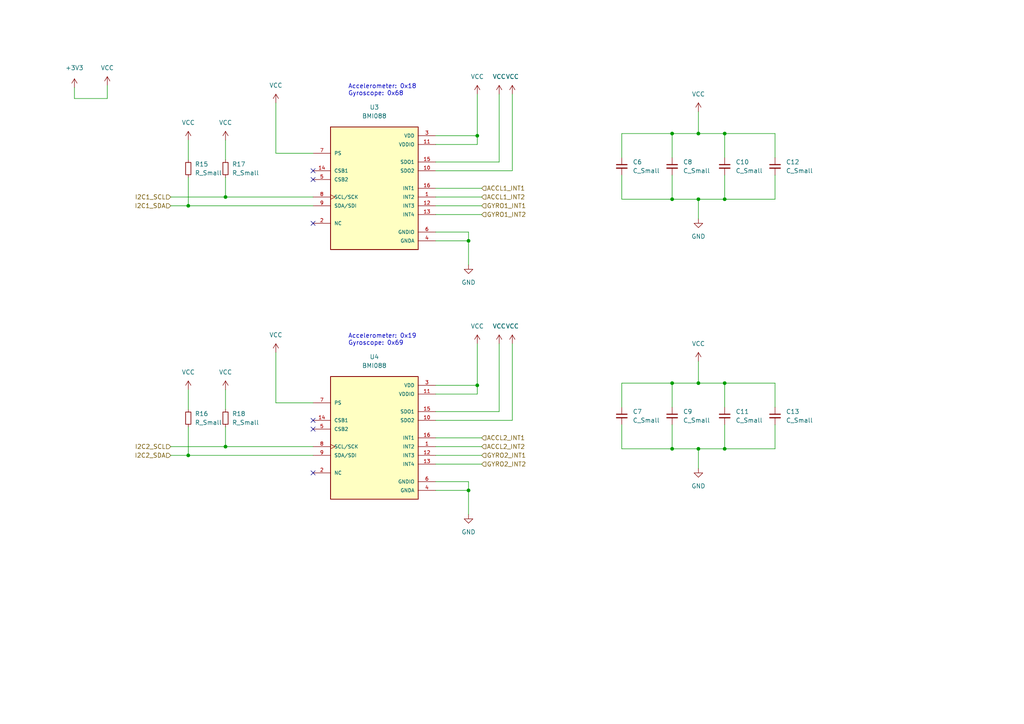
<source format=kicad_sch>
(kicad_sch (version 20211123) (generator eeschema)
  (paper "A4")
  (lib_symbols
    (symbol "BMI088_1" (pin_names (offset 1.016))
      (property "Reference" "U3" (at 0 23.495 0))
      (property "Value" "BMI088" (at 0 20.955 0))
      (symbol "BMI088_1_0_0"
        (rectangle (start -12.7 -17.78) (end 12.7 17.78) (stroke (width 0.254)) (fill (type background)))
        (pin bidirectional line (at 17.78 -2.54 180) (length 5.08) (name "INT2") (number "1"))
        (pin passive line (at 17.78 5.08 180) (length 5.08) (name "SDO2") (number "10"))
        (pin power_in line (at 17.78 12.7 180) (length 5.08) (name "VDDIO") (number "11"))
        (pin bidirectional line (at 17.78 -5.08 180) (length 5.08) (name "INT3") (number "12"))
        (pin bidirectional line (at 17.78 -7.62 180) (length 5.08) (name "INT4") (number "13"))
        (pin input line (at -17.78 5.08 0) (length 5.08) (name "CSB1") (number "14"))
        (pin passive line (at 17.78 7.62 180) (length 5.08) (name "SDO1") (number "15"))
        (pin bidirectional line (at 17.78 0 180) (length 5.08) (name "INT1") (number "16"))
        (pin passive line (at -17.78 -10.16 0) (length 5.08) (name "NC") (number "2"))
        (pin power_in line (at 17.78 15.24 180) (length 5.08) (name "VDD") (number "3"))
        (pin power_in line (at 17.78 -15.24 180) (length 5.08) (name "GNDA") (number "4"))
        (pin input line (at -17.78 2.54 0) (length 5.08) (name "CSB2") (number "5"))
        (pin power_in line (at 17.78 -12.7 180) (length 5.08) (name "GNDIO") (number "6"))
        (pin input line (at -17.78 10.16 0) (length 5.08) (name "PS") (number "7"))
        (pin input clock (at -17.78 -2.54 0) (length 5.08) (name "SCL/SCK") (number "8"))
        (pin bidirectional line (at -17.78 -5.08 0) (length 5.08) (name "SDA/SDI") (number "9"))
      )
    )
    (symbol "Device:C_Small" (pin_numbers hide) (pin_names (offset 0.254) hide)
      (property "Reference" "C" (at 0.254 1.778 0))
      (property "Value" "C_Small" (at 0.254 -2.032 0))
      (symbol "C_Small_0_1"
        (polyline (pts (xy -1.524 -0.508) (xy 1.524 -0.508)) (stroke (width 0.3302)))
        (polyline (pts (xy -1.524 0.508) (xy 1.524 0.508)) (stroke (width 0.3048)))
      )
      (symbol "C_Small_1_1"
        (pin passive line (at 0 2.54 270) (length 2.032) (name "~") (number "1"))
        (pin passive line (at 0 -2.54 90) (length 2.032) (name "~") (number "2"))
      )
    )
    (symbol "Device:R_Small" (pin_numbers hide) (pin_names (offset 0.254) hide)
      (property "Reference" "R" (at 0.762 0.508 0))
      (property "Value" "R_Small" (at 0.762 -1.016 0))
      (symbol "R_Small_0_1"
        (rectangle (start -0.762 1.778) (end 0.762 -1.778) (stroke (width 0.2032)))
      )
      (symbol "R_Small_1_1"
        (pin passive line (at 0 2.54 270) (length 0.762) (name "~") (number "1"))
        (pin passive line (at 0 -2.54 90) (length 0.762) (name "~") (number "2"))
      )
    )
    (symbol "power:+3V3" (power) (pin_names (offset 0))
      (property "Value" "+3V3" (at 0 3.556 0))
      (symbol "+3V3_0_1"
        (polyline (pts (xy -0.762 1.27) (xy 0 2.54)))
        (polyline (pts (xy 0 0) (xy 0 2.54)))
        (polyline (pts (xy 0 2.54) (xy 0.762 1.27)))
      )
      (symbol "+3V3_1_1"
        (pin power_in line (at 0 0 90) (length 0) hide (name "+3V3") (number "1"))
      )
    )
    (symbol "power:GND" (power) (pin_names (offset 0))
      (property "Value" "GND" (at 0 -3.81 0))
      (symbol "GND_0_1"
        (polyline (pts (xy 0 0) (xy 0 -1.27) (xy 1.27 -1.27) (xy 0 -2.54) (xy -1.27 -1.27) (xy 0 -1.27)))
      )
      (symbol "GND_1_1"
        (pin power_in line (at 0 0 270) (length 0) hide (name "GND") (number "1"))
      )
    )
    (symbol "power:VCC" (power) (pin_names (offset 0))
      (property "Value" "VCC" (at 0 3.81 0))
      (symbol "VCC_0_1"
        (polyline (pts (xy -0.762 1.27) (xy 0 2.54)))
        (polyline (pts (xy 0 0) (xy 0 2.54)))
        (polyline (pts (xy 0 2.54) (xy 0.762 1.27)))
      )
      (symbol "VCC_1_1"
        (pin power_in line (at 0 0 90) (length 0) hide (name "VCC") (number "1"))
      )
    )
  )
  (junction (at 54.61 132.08))
  (junction (at 210.185 38.735))
  (junction (at 138.43 39.37))
  (junction (at 54.61 59.69))
  (junction (at 65.405 129.54))
  (junction (at 138.43 111.76))
  (junction (at 210.185 57.785))
  (junction (at 202.565 38.735))
  (junction (at 202.565 57.785))
  (junction (at 194.945 130.175))
  (junction (at 194.945 38.735))
  (junction (at 194.945 111.125))
  (junction (at 135.89 142.24))
  (junction (at 210.185 130.175))
  (junction (at 210.185 111.125))
  (junction (at 65.405 57.15))
  (junction (at 202.565 130.175))
  (junction (at 194.945 57.785))
  (junction (at 202.565 111.125))
  (junction (at 135.89 69.85))
  (no_connect (at 90.805 49.53))
  (no_connect (at 90.805 52.07))
  (no_connect (at 90.805 137.16))
  (no_connect (at 90.805 124.46))
  (no_connect (at 90.805 121.92))
  (no_connect (at 90.805 64.77))
  (wire (pts (xy 194.945 130.175) (xy 180.34 130.175)))
  (wire (pts (xy 54.61 51.435) (xy 54.61 59.69)))
  (wire (pts (xy 126.365 119.38) (xy 144.78 119.38)))
  (wire (pts (xy 180.34 118.11) (xy 180.34 111.125)))
  (wire (pts (xy 126.365 39.37) (xy 138.43 39.37)))
  (wire (pts (xy 194.945 57.785) (xy 180.34 57.785)))
  (wire (pts (xy 80.01 116.84) (xy 80.01 102.235)))
  (wire (pts (xy 224.79 57.785) (xy 210.185 57.785)))
  (wire (pts (xy 126.365 111.76) (xy 138.43 111.76)))
  (wire (pts (xy 126.365 139.7) (xy 135.89 139.7)))
  (wire (pts (xy 194.945 111.125) (xy 202.565 111.125)))
  (wire (pts (xy 194.945 111.125) (xy 194.945 118.11)))
  (wire (pts (xy 202.565 104.775) (xy 202.565 111.125)))
  (wire (pts (xy 126.365 114.3) (xy 138.43 114.3)))
  (wire (pts (xy 202.565 38.735) (xy 210.185 38.735)))
  (wire (pts (xy 210.185 130.175) (xy 210.185 123.19)))
  (wire (pts (xy 224.79 130.175) (xy 210.185 130.175)))
  (wire (pts (xy 194.945 57.785) (xy 194.945 50.8)))
  (wire (pts (xy 202.565 57.785) (xy 194.945 57.785)))
  (wire (pts (xy 224.79 38.735) (xy 224.79 45.72)))
  (wire (pts (xy 49.53 57.15) (xy 65.405 57.15)))
  (wire (pts (xy 126.365 62.23) (xy 139.7 62.23)))
  (wire (pts (xy 65.405 40.64) (xy 65.405 46.355)))
  (wire (pts (xy 135.89 67.31) (xy 135.89 69.85)))
  (wire (pts (xy 49.53 132.08) (xy 54.61 132.08)))
  (wire (pts (xy 126.365 46.99) (xy 144.78 46.99)))
  (wire (pts (xy 148.59 121.92) (xy 148.59 99.695)))
  (wire (pts (xy 49.53 59.69) (xy 54.61 59.69)))
  (wire (pts (xy 135.89 69.85) (xy 135.89 76.835)))
  (wire (pts (xy 65.405 57.15) (xy 90.805 57.15)))
  (wire (pts (xy 210.185 130.175) (xy 202.565 130.175)))
  (wire (pts (xy 180.34 38.735) (xy 194.945 38.735)))
  (wire (pts (xy 180.34 130.175) (xy 180.34 123.19)))
  (wire (pts (xy 126.365 67.31) (xy 135.89 67.31)))
  (wire (pts (xy 135.89 139.7) (xy 135.89 142.24)))
  (wire (pts (xy 90.805 44.45) (xy 80.01 44.45)))
  (wire (pts (xy 54.61 113.03) (xy 54.61 118.745)))
  (wire (pts (xy 202.565 130.175) (xy 202.565 135.89)))
  (wire (pts (xy 126.365 57.15) (xy 139.7 57.15)))
  (wire (pts (xy 126.365 54.61) (xy 139.7 54.61)))
  (wire (pts (xy 135.89 142.24) (xy 135.89 149.225)))
  (wire (pts (xy 126.365 59.69) (xy 139.7 59.69)))
  (wire (pts (xy 126.365 41.91) (xy 138.43 41.91)))
  (wire (pts (xy 21.59 28.575) (xy 31.115 28.575)))
  (wire (pts (xy 21.59 25.4) (xy 21.59 28.575)))
  (wire (pts (xy 194.945 38.735) (xy 202.565 38.735)))
  (wire (pts (xy 138.43 111.76) (xy 138.43 99.695)))
  (wire (pts (xy 126.365 121.92) (xy 148.59 121.92)))
  (wire (pts (xy 180.34 57.785) (xy 180.34 50.8)))
  (wire (pts (xy 80.01 44.45) (xy 80.01 29.845)))
  (wire (pts (xy 65.405 51.435) (xy 65.405 57.15)))
  (wire (pts (xy 31.115 28.575) (xy 31.115 24.765)))
  (wire (pts (xy 54.61 132.08) (xy 90.805 132.08)))
  (wire (pts (xy 202.565 111.125) (xy 210.185 111.125)))
  (wire (pts (xy 65.405 123.825) (xy 65.405 129.54)))
  (wire (pts (xy 224.79 123.19) (xy 224.79 130.175)))
  (wire (pts (xy 224.79 50.8) (xy 224.79 57.785)))
  (wire (pts (xy 194.945 130.175) (xy 194.945 123.19)))
  (wire (pts (xy 202.565 32.385) (xy 202.565 38.735)))
  (wire (pts (xy 126.365 142.24) (xy 135.89 142.24)))
  (wire (pts (xy 202.565 57.785) (xy 202.565 63.5)))
  (wire (pts (xy 180.34 45.72) (xy 180.34 38.735)))
  (wire (pts (xy 224.79 111.125) (xy 224.79 118.11)))
  (wire (pts (xy 126.365 127) (xy 139.7 127)))
  (wire (pts (xy 49.53 129.54) (xy 65.405 129.54)))
  (wire (pts (xy 54.61 59.69) (xy 90.805 59.69)))
  (wire (pts (xy 144.78 46.99) (xy 144.78 27.305)))
  (wire (pts (xy 210.185 111.125) (xy 210.185 118.11)))
  (wire (pts (xy 180.34 111.125) (xy 194.945 111.125)))
  (wire (pts (xy 210.185 111.125) (xy 224.79 111.125)))
  (wire (pts (xy 126.365 132.08) (xy 139.7 132.08)))
  (wire (pts (xy 126.365 129.54) (xy 139.7 129.54)))
  (wire (pts (xy 126.365 49.53) (xy 148.59 49.53)))
  (wire (pts (xy 144.78 119.38) (xy 144.78 99.695)))
  (wire (pts (xy 148.59 49.53) (xy 148.59 27.305)))
  (wire (pts (xy 210.185 38.735) (xy 224.79 38.735)))
  (wire (pts (xy 65.405 113.03) (xy 65.405 118.745)))
  (wire (pts (xy 210.185 38.735) (xy 210.185 45.72)))
  (wire (pts (xy 202.565 130.175) (xy 194.945 130.175)))
  (wire (pts (xy 126.365 134.62) (xy 139.7 134.62)))
  (wire (pts (xy 210.185 57.785) (xy 210.185 50.8)))
  (wire (pts (xy 54.61 123.825) (xy 54.61 132.08)))
  (wire (pts (xy 126.365 69.85) (xy 135.89 69.85)))
  (wire (pts (xy 138.43 114.3) (xy 138.43 111.76)))
  (wire (pts (xy 54.61 40.64) (xy 54.61 46.355)))
  (wire (pts (xy 194.945 38.735) (xy 194.945 45.72)))
  (wire (pts (xy 138.43 39.37) (xy 138.43 27.305)))
  (wire (pts (xy 65.405 129.54) (xy 90.805 129.54)))
  (wire (pts (xy 210.185 57.785) (xy 202.565 57.785)))
  (wire (pts (xy 138.43 41.91) (xy 138.43 39.37)))
  (wire (pts (xy 90.805 116.84) (xy 80.01 116.84)))
  (text "Accelerometer: 0x18\nGyroscope: 0x68" (at 100.965 27.94 0) (effects (font (size 1.27 1.27)) (justify left bottom)))
  (text "Accelerometer: 0x19\nGyroscope: 0x69" (at 100.965 100.33 0) (effects (font (size 1.27 1.27)) (justify left bottom)))
  (hierarchical_label "I2C1_SCL" (shape input) (at 49.53 57.15 180))
  (hierarchical_label "I2C1_SDA" (shape input) (at 49.53 59.69 180))
  (hierarchical_label "ACCL1_INT1" (shape input) (at 139.7 54.61 0))
  (hierarchical_label "I2C2_SCL" (shape input) (at 49.53 129.54 180))
  (hierarchical_label "GYRO2_INT2" (shape input) (at 139.7 134.62 0))
  (hierarchical_label "ACCL1_INT2" (shape input) (at 139.7 57.15 0))
  (hierarchical_label "GYRO2_INT1" (shape input) (at 139.7 132.08 0))
  (hierarchical_label "ACCL2_INT1" (shape input) (at 139.7 127 0))
  (hierarchical_label "I2C2_SDA" (shape input) (at 49.53 132.08 180))
  (hierarchical_label "ACCL2_INT2" (shape input) (at 139.7 129.54 0))
  (hierarchical_label "GYRO1_INT1" (shape input) (at 139.7 59.69 0))
  (hierarchical_label "GYRO1_INT2" (shape input) (at 139.7 62.23 0))
  (symbol (lib_id "power:VCC") (at 80.01 102.235 0) (unit 1)
    (property "Reference" "#PWR0120" (effects hide))
    (property "Value" "VCC" (at 80.01 97.155 0))
  )
  (symbol (lib_id "power:VCC") (at 138.43 99.695 0) (unit 1)
    (property "Reference" "#PWR0104" (effects hide))
    (property "Value" "VCC" (at 138.43 94.615 0))
  )
  (symbol (lib_id "Device:C_Small") (at 180.34 120.65 0) (unit 1)
    (property "Reference" "C7" (at 183.515 119.3862 0) (effects (justify left)))
    (property "Value" "C_Small" (at 183.515 121.9262 0) (effects (justify left)))
    (property "Footprint" "Capacitor_SMD:C_0201_0603Metric_Pad0.64x0.40mm_HandSolder" (effects hide))
  )
  (symbol (lib_id "Device:R_Small") (at 65.405 48.895 0) (unit 1)
    (property "Reference" "R17" (at 67.31 47.6249 0) (effects (justify left)))
    (property "Value" "R_Small" (at 67.31 50.1649 0) (effects (justify left)))
    (property "Footprint" "Resistor_SMD:R_0201_0603Metric_Pad0.64x0.40mm_HandSolder" (effects hide))
  )
  (symbol (lib_id "power:VCC") (at 202.565 104.775 0) (unit 1)
    (property "Reference" "#PWR0116" (effects hide))
    (property "Value" "VCC" (at 202.565 99.695 0))
  )
  (symbol (lib_name "BMI088_1") (lib_id "BMI088:BMI088") (at 108.585 127 0) (unit 1)
    (property "Reference" "U4" (at 108.585 103.505 0))
    (property "Value" "BMI088" (at 108.585 106.045 0))
    (property "Footprint" "Footprint:PQFN50P450X300X100-16N" (effects hide))
    (property "PURCHASE-URL" "https://pricing.snapeda.com/search/part/BMI088/?ref=eda" (effects hide))
    (property "MP" "BMI088" (effects hide))
    (property "AVAILABILITY" "In Stock" (effects hide))
    (property "DESCRIPTION" "Accelerometer, Gyroscope, 6 Axis Sensor I²C, SPI Output" (effects hide))
    (property "MF" "Bosch Sensortec" (effects hide))
    (property "PACKAGE" "VFLGA-16 Bosch Sensortec" (effects hide))
    (property "PRICE" "None" (effects hide))
  )
  (symbol (lib_id "Device:R_Small") (at 54.61 48.895 0) (unit 1)
    (property "Reference" "R15" (at 56.515 47.6249 0) (effects (justify left)))
    (property "Value" "R_Small" (at 56.515 50.1649 0) (effects (justify left)))
    (property "Footprint" "Resistor_SMD:R_0201_0603Metric_Pad0.64x0.40mm_HandSolder" (effects hide))
  )
  (symbol (lib_id "Device:R_Small") (at 54.61 121.285 0) (unit 1)
    (property "Reference" "R16" (at 56.515 120.0149 0) (effects (justify left)))
    (property "Value" "R_Small" (at 56.515 122.5549 0) (effects (justify left)))
    (property "Footprint" "Resistor_SMD:R_0201_0603Metric_Pad0.64x0.40mm_HandSolder" (effects hide))
  )
  (symbol (lib_id "power:VCC") (at 80.01 29.845 0) (unit 1)
    (property "Reference" "#PWR0108" (effects hide))
    (property "Value" "VCC" (at 80.01 24.765 0))
  )
  (symbol (lib_id "power:+3V3") (at 21.59 25.4 0) (unit 1)
    (property "Reference" "#PWR037" (effects hide))
    (property "Value" "+3V3" (at 21.59 19.685 0))
  )
  (symbol (lib_id "power:GND") (at 135.89 149.225 0) (unit 1)
    (property "Reference" "#PWR0114" (effects hide))
    (property "Value" "GND" (at 135.89 154.305 0))
  )
  (symbol (lib_id "power:VCC") (at 31.115 24.765 0) (unit 1)
    (property "Reference" "#PWR038" (effects hide))
    (property "Value" "VCC" (at 31.115 19.685 0))
  )
  (symbol (lib_id "Device:R_Small") (at 65.405 121.285 0) (unit 1)
    (property "Reference" "R18" (at 67.31 120.0149 0) (effects (justify left)))
    (property "Value" "R_Small" (at 67.31 122.5549 0) (effects (justify left)))
    (property "Footprint" "Resistor_SMD:R_0201_0603Metric_Pad0.64x0.40mm_HandSolder" (effects hide))
  )
  (symbol (lib_name "BMI088_1") (lib_id "BMI088:BMI088") (at 108.585 54.61 0) (unit 1)
    (property "Reference" "U3" (at 108.585 31.115 0))
    (property "Value" "BMI088" (at 108.585 33.655 0))
    (property "Footprint" "Footprint:PQFN50P450X300X100-16N" (effects hide))
    (property "PURCHASE-URL" "https://pricing.snapeda.com/search/part/BMI088/?ref=eda" (effects hide))
    (property "MP" "BMI088" (effects hide))
    (property "AVAILABILITY" "In Stock" (effects hide))
    (property "DESCRIPTION" "Accelerometer, Gyroscope, 6 Axis Sensor I²C, SPI Output" (effects hide))
    (property "MF" "Bosch Sensortec" (effects hide))
    (property "PACKAGE" "VFLGA-16 Bosch Sensortec" (effects hide))
    (property "PRICE" "None" (effects hide))
  )
  (symbol (lib_id "power:VCC") (at 148.59 27.305 0) (unit 1)
    (property "Reference" "#PWR0112" (effects hide))
    (property "Value" "VCC" (at 148.59 22.225 0))
  )
  (symbol (lib_id "power:VCC") (at 65.405 113.03 0) (unit 1)
    (property "Reference" "#PWR0121" (effects hide))
    (property "Value" "VCC" (at 65.405 107.95 0))
  )
  (symbol (lib_id "power:VCC") (at 54.61 40.64 0) (unit 1)
    (property "Reference" "#PWR0118" (effects hide))
    (property "Value" "VCC" (at 54.61 35.56 0))
  )
  (symbol (lib_id "power:GND") (at 202.565 135.89 0) (unit 1)
    (property "Reference" "#PWR0117" (effects hide))
    (property "Value" "GND" (at 202.565 140.97 0))
  )
  (symbol (lib_id "Device:C_Small") (at 224.79 120.65 0) (unit 1)
    (property "Reference" "C13" (at 227.965 119.3862 0) (effects (justify left)))
    (property "Value" "C_Small" (at 227.965 121.9262 0) (effects (justify left)))
    (property "Footprint" "Capacitor_SMD:C_0201_0603Metric_Pad0.64x0.40mm_HandSolder" (effects hide))
  )
  (symbol (lib_id "power:VCC") (at 144.78 99.695 0) (unit 1)
    (property "Reference" "#PWR0106" (effects hide))
    (property "Value" "VCC" (at 144.78 94.615 0))
  )
  (symbol (lib_id "Device:C_Small") (at 180.34 48.26 0) (unit 1)
    (property "Reference" "C6" (at 183.515 46.9962 0) (effects (justify left)))
    (property "Value" "C_Small" (at 183.515 49.5362 0) (effects (justify left)))
    (property "Footprint" "Capacitor_SMD:C_0201_0603Metric_Pad0.64x0.40mm_HandSolder" (effects hide))
  )
  (symbol (lib_id "power:VCC") (at 54.61 113.03 0) (unit 1)
    (property "Reference" "#PWR0119" (effects hide))
    (property "Value" "VCC" (at 54.61 107.95 0))
  )
  (symbol (lib_id "Device:C_Small") (at 194.945 120.65 0) (unit 1)
    (property "Reference" "C9" (at 198.12 119.3862 0) (effects (justify left)))
    (property "Value" "C_Small" (at 198.12 121.9262 0) (effects (justify left)))
    (property "Footprint" "Capacitor_SMD:C_0201_0603Metric_Pad0.64x0.40mm_HandSolder" (effects hide))
  )
  (symbol (lib_id "Device:C_Small") (at 224.79 48.26 0) (unit 1)
    (property "Reference" "C12" (at 227.965 46.9962 0) (effects (justify left)))
    (property "Value" "C_Small" (at 227.965 49.5362 0) (effects (justify left)))
    (property "Footprint" "Capacitor_SMD:C_0201_0603Metric_Pad0.64x0.40mm_HandSolder" (effects hide))
  )
  (symbol (lib_id "Device:C_Small") (at 210.185 120.65 0) (unit 1)
    (property "Reference" "C11" (at 213.36 119.3862 0) (effects (justify left)))
    (property "Value" "C_Small" (at 213.36 121.9262 0) (effects (justify left)))
    (property "Footprint" "Capacitor_SMD:C_0201_0603Metric_Pad0.64x0.40mm_HandSolder" (effects hide))
  )
  (symbol (lib_id "power:GND") (at 135.89 76.835 0) (unit 1)
    (property "Reference" "#PWR0107" (effects hide))
    (property "Value" "GND" (at 135.89 81.915 0))
  )
  (symbol (lib_id "power:VCC") (at 148.59 99.695 0) (unit 1)
    (property "Reference" "#PWR0105" (effects hide))
    (property "Value" "VCC" (at 148.59 94.615 0))
  )
  (symbol (lib_id "Device:C_Small") (at 194.945 48.26 0) (unit 1)
    (property "Reference" "C8" (at 198.12 46.9962 0) (effects (justify left)))
    (property "Value" "C_Small" (at 198.12 49.5362 0) (effects (justify left)))
    (property "Footprint" "Capacitor_SMD:C_0201_0603Metric_Pad0.64x0.40mm_HandSolder" (effects hide))
  )
  (symbol (lib_id "power:VCC") (at 202.565 32.385 0) (unit 1)
    (property "Reference" "#PWR0110" (effects hide))
    (property "Value" "VCC" (at 202.565 27.305 0))
  )
  (symbol (lib_id "Device:C_Small") (at 210.185 48.26 0) (unit 1)
    (property "Reference" "C10" (at 213.36 46.9962 0) (effects (justify left)))
    (property "Value" "C_Small" (at 213.36 49.5362 0) (effects (justify left)))
    (property "Footprint" "Capacitor_SMD:C_0201_0603Metric_Pad0.64x0.40mm_HandSolder" (effects hide))
  )
  (symbol (lib_id "power:GND") (at 202.565 63.5 0) (unit 1)
    (property "Reference" "#PWR0115" (effects hide))
    (property "Value" "GND" (at 202.565 68.58 0))
  )
  (symbol (lib_id "power:VCC") (at 65.405 40.64 0) (unit 1)
    (property "Reference" "#PWR0109" (effects hide))
    (property "Value" "VCC" (at 65.405 35.56 0))
  )
  (symbol (lib_id "power:VCC") (at 138.43 27.305 0) (unit 1)
    (property "Reference" "#PWR0113" (effects hide))
    (property "Value" "VCC" (at 138.43 22.225 0))
  )
  (symbol (lib_id "power:VCC") (at 144.78 27.305 0) (unit 1)
    (property "Reference" "#PWR0111" (effects hide))
    (property "Value" "VCC" (at 144.78 22.225 0))
  )
)
</source>
